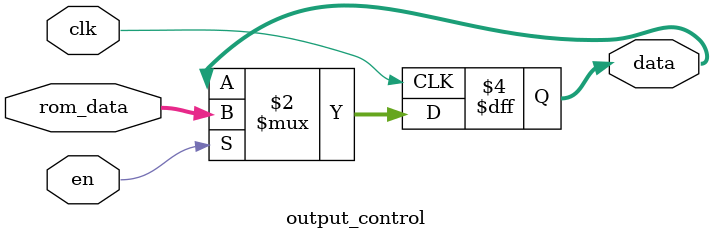
<source format=sv>
module enable_rom (
    input clk,
    input en,  // 使能信号
    input [3:0] addr,
    output [7:0] data
);
    // 内部信号
    wire [7:0] rom_data;
    
    // 实例化ROM存储子模块
    rom_storage rom_inst (
        .addr(addr),
        .data(rom_data)
    );
    
    // 实例化输出控制子模块
    output_control ctrl_inst (
        .clk(clk),
        .en(en),
        .rom_data(rom_data),
        .data(data)
    );
endmodule

module rom_storage #(
    parameter ADDR_WIDTH = 4,
    parameter DATA_WIDTH = 8,
    parameter DEPTH = 16
)(
    input [ADDR_WIDTH-1:0] addr,
    output [DATA_WIDTH-1:0] data
);
    // ROM存储器实现
    reg [DATA_WIDTH-1:0] rom [0:DEPTH-1];
    
    // 初始化ROM内容
    initial begin
        rom[0] = 8'h12; rom[1] = 8'h34; rom[2] = 8'h56; rom[3] = 8'h78;
        rom[4] = 8'h9A; rom[5] = 8'hBC; rom[6] = 8'hDE; rom[7] = 8'hF0;
        rom[8] = 8'h00; rom[9] = 8'h00; rom[10] = 8'h00; rom[11] = 8'h00;
        rom[12] = 8'h00; rom[13] = 8'h00; rom[14] = 8'h00; rom[15] = 8'h00;
    end
    
    // 组合逻辑读取ROM
    assign data = rom[addr];
endmodule

module output_control #(
    parameter DATA_WIDTH = 8
)(
    input clk,
    input en,
    input [DATA_WIDTH-1:0] rom_data,
    output reg [DATA_WIDTH-1:0] data
);
    // 时序逻辑控制输出
    always @(posedge clk) begin
        if (en) 
            data <= rom_data;
    end
endmodule
</source>
